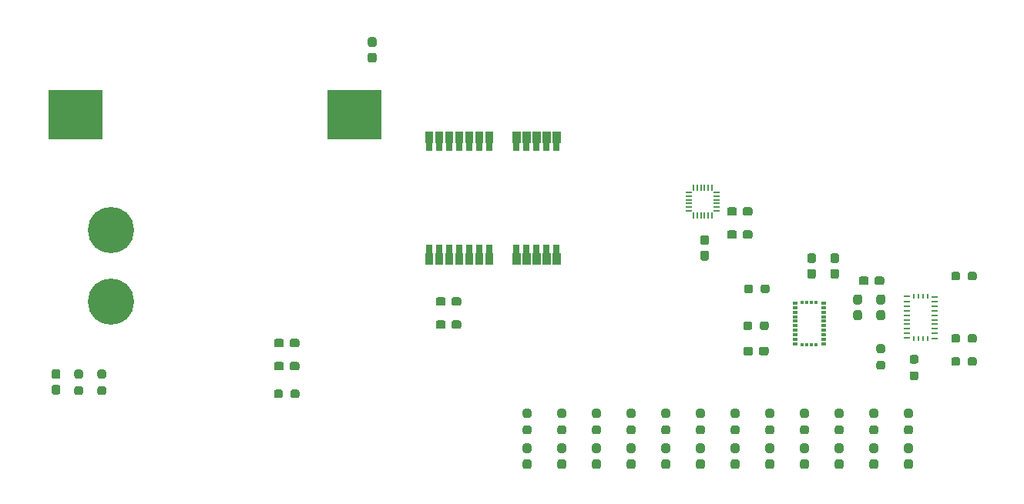
<source format=gbr>
%TF.GenerationSoftware,KiCad,Pcbnew,(5.1.10)-1*%
%TF.CreationDate,2021-11-15T22:54:34-06:00*%
%TF.ProjectId,NavBoard_Hardware,4e617642-6f61-4726-945f-486172647761,rev?*%
%TF.SameCoordinates,Original*%
%TF.FileFunction,Paste,Top*%
%TF.FilePolarity,Positive*%
%FSLAX46Y46*%
G04 Gerber Fmt 4.6, Leading zero omitted, Abs format (unit mm)*
G04 Created by KiCad (PCBNEW (5.1.10)-1) date 2021-11-15 22:54:34*
%MOMM*%
%LPD*%
G01*
G04 APERTURE LIST*
%ADD10C,0.000100*%
%ADD11R,0.675000X0.250000*%
%ADD12R,0.250000X0.575000*%
%ADD13R,6.000000X5.500000*%
%ADD14C,5.080000*%
%ADD15R,0.640000X0.220000*%
%ADD16R,0.220000X0.640000*%
%ADD17R,0.525000X0.300000*%
%ADD18R,0.300000X0.425000*%
G04 APERTURE END LIST*
D10*
%TO.C,U5*%
G36*
X82900000Y-41144000D02*
G01*
X82900000Y-42044000D01*
X83500000Y-42044000D01*
X83500000Y-41144000D01*
X82900000Y-41144000D01*
G37*
X82900000Y-41144000D02*
X82900000Y-42044000D01*
X83500000Y-42044000D01*
X83500000Y-41144000D01*
X82900000Y-41144000D01*
G36*
X82800000Y-39944000D02*
G01*
X82800000Y-41144000D01*
X83600000Y-41144000D01*
X83600000Y-39944000D01*
X82800000Y-39944000D01*
G37*
X82800000Y-39944000D02*
X82800000Y-41144000D01*
X83600000Y-41144000D01*
X83600000Y-39944000D01*
X82800000Y-39944000D01*
G36*
X81800000Y-41144000D02*
G01*
X81800000Y-42044000D01*
X82400000Y-42044000D01*
X82400000Y-41144000D01*
X81800000Y-41144000D01*
G37*
X81800000Y-41144000D02*
X81800000Y-42044000D01*
X82400000Y-42044000D01*
X82400000Y-41144000D01*
X81800000Y-41144000D01*
G36*
X81700000Y-39944000D02*
G01*
X81700000Y-41144000D01*
X82500000Y-41144000D01*
X82500000Y-39944000D01*
X81700000Y-39944000D01*
G37*
X81700000Y-39944000D02*
X81700000Y-41144000D01*
X82500000Y-41144000D01*
X82500000Y-39944000D01*
X81700000Y-39944000D01*
G36*
X80700000Y-41144000D02*
G01*
X80700000Y-42044000D01*
X81300000Y-42044000D01*
X81300000Y-41144000D01*
X80700000Y-41144000D01*
G37*
X80700000Y-41144000D02*
X80700000Y-42044000D01*
X81300000Y-42044000D01*
X81300000Y-41144000D01*
X80700000Y-41144000D01*
G36*
X80600000Y-39944000D02*
G01*
X80600000Y-41144000D01*
X81400000Y-41144000D01*
X81400000Y-39944000D01*
X80600000Y-39944000D01*
G37*
X80600000Y-39944000D02*
X80600000Y-41144000D01*
X81400000Y-41144000D01*
X81400000Y-39944000D01*
X80600000Y-39944000D01*
G36*
X79600000Y-41144000D02*
G01*
X79600000Y-42044000D01*
X80200000Y-42044000D01*
X80200000Y-41144000D01*
X79600000Y-41144000D01*
G37*
X79600000Y-41144000D02*
X79600000Y-42044000D01*
X80200000Y-42044000D01*
X80200000Y-41144000D01*
X79600000Y-41144000D01*
G36*
X79500000Y-39944000D02*
G01*
X79500000Y-41144000D01*
X80300000Y-41144000D01*
X80300000Y-39944000D01*
X79500000Y-39944000D01*
G37*
X79500000Y-39944000D02*
X79500000Y-41144000D01*
X80300000Y-41144000D01*
X80300000Y-39944000D01*
X79500000Y-39944000D01*
G36*
X78500000Y-41144000D02*
G01*
X78500000Y-42044000D01*
X79100000Y-42044000D01*
X79100000Y-41144000D01*
X78500000Y-41144000D01*
G37*
X78500000Y-41144000D02*
X78500000Y-42044000D01*
X79100000Y-42044000D01*
X79100000Y-41144000D01*
X78500000Y-41144000D01*
G36*
X78400000Y-39944000D02*
G01*
X78400000Y-41144000D01*
X79200000Y-41144000D01*
X79200000Y-39944000D01*
X78400000Y-39944000D01*
G37*
X78400000Y-39944000D02*
X78400000Y-41144000D01*
X79200000Y-41144000D01*
X79200000Y-39944000D01*
X78400000Y-39944000D01*
G36*
X68900000Y-41144000D02*
G01*
X68900000Y-42044000D01*
X69500000Y-42044000D01*
X69500000Y-41144000D01*
X68900000Y-41144000D01*
G37*
X68900000Y-41144000D02*
X68900000Y-42044000D01*
X69500000Y-42044000D01*
X69500000Y-41144000D01*
X68900000Y-41144000D01*
G36*
X68800000Y-39944000D02*
G01*
X68800000Y-41144000D01*
X69600000Y-41144000D01*
X69600000Y-39944000D01*
X68800000Y-39944000D01*
G37*
X68800000Y-39944000D02*
X68800000Y-41144000D01*
X69600000Y-41144000D01*
X69600000Y-39944000D01*
X68800000Y-39944000D01*
G36*
X70000000Y-41144000D02*
G01*
X70000000Y-42044000D01*
X70600000Y-42044000D01*
X70600000Y-41144000D01*
X70000000Y-41144000D01*
G37*
X70000000Y-41144000D02*
X70000000Y-42044000D01*
X70600000Y-42044000D01*
X70600000Y-41144000D01*
X70000000Y-41144000D01*
G36*
X69900000Y-39944000D02*
G01*
X69900000Y-41144000D01*
X70700000Y-41144000D01*
X70700000Y-39944000D01*
X69900000Y-39944000D01*
G37*
X69900000Y-39944000D02*
X69900000Y-41144000D01*
X70700000Y-41144000D01*
X70700000Y-39944000D01*
X69900000Y-39944000D01*
G36*
X71100000Y-41144000D02*
G01*
X71100000Y-42044000D01*
X71700000Y-42044000D01*
X71700000Y-41144000D01*
X71100000Y-41144000D01*
G37*
X71100000Y-41144000D02*
X71100000Y-42044000D01*
X71700000Y-42044000D01*
X71700000Y-41144000D01*
X71100000Y-41144000D01*
G36*
X71000000Y-39944000D02*
G01*
X71000000Y-41144000D01*
X71800000Y-41144000D01*
X71800000Y-39944000D01*
X71000000Y-39944000D01*
G37*
X71000000Y-39944000D02*
X71000000Y-41144000D01*
X71800000Y-41144000D01*
X71800000Y-39944000D01*
X71000000Y-39944000D01*
G36*
X72200000Y-41144000D02*
G01*
X72200000Y-42044000D01*
X72800000Y-42044000D01*
X72800000Y-41144000D01*
X72200000Y-41144000D01*
G37*
X72200000Y-41144000D02*
X72200000Y-42044000D01*
X72800000Y-42044000D01*
X72800000Y-41144000D01*
X72200000Y-41144000D01*
G36*
X72100000Y-39944000D02*
G01*
X72100000Y-41144000D01*
X72900000Y-41144000D01*
X72900000Y-39944000D01*
X72100000Y-39944000D01*
G37*
X72100000Y-39944000D02*
X72100000Y-41144000D01*
X72900000Y-41144000D01*
X72900000Y-39944000D01*
X72100000Y-39944000D01*
G36*
X73300000Y-41144000D02*
G01*
X73300000Y-42044000D01*
X73900000Y-42044000D01*
X73900000Y-41144000D01*
X73300000Y-41144000D01*
G37*
X73300000Y-41144000D02*
X73300000Y-42044000D01*
X73900000Y-42044000D01*
X73900000Y-41144000D01*
X73300000Y-41144000D01*
G36*
X73200000Y-39944000D02*
G01*
X73200000Y-41144000D01*
X74000000Y-41144000D01*
X74000000Y-39944000D01*
X73200000Y-39944000D01*
G37*
X73200000Y-39944000D02*
X73200000Y-41144000D01*
X74000000Y-41144000D01*
X74000000Y-39944000D01*
X73200000Y-39944000D01*
G36*
X74400000Y-41144000D02*
G01*
X74400000Y-42044000D01*
X75000000Y-42044000D01*
X75000000Y-41144000D01*
X74400000Y-41144000D01*
G37*
X74400000Y-41144000D02*
X74400000Y-42044000D01*
X75000000Y-42044000D01*
X75000000Y-41144000D01*
X74400000Y-41144000D01*
G36*
X74300000Y-39944000D02*
G01*
X74300000Y-41144000D01*
X75100000Y-41144000D01*
X75100000Y-39944000D01*
X74300000Y-39944000D01*
G37*
X74300000Y-39944000D02*
X74300000Y-41144000D01*
X75100000Y-41144000D01*
X75100000Y-39944000D01*
X74300000Y-39944000D01*
G36*
X82900000Y-53344000D02*
G01*
X82900000Y-52444000D01*
X83500000Y-52444000D01*
X83500000Y-53344000D01*
X82900000Y-53344000D01*
G37*
X82900000Y-53344000D02*
X82900000Y-52444000D01*
X83500000Y-52444000D01*
X83500000Y-53344000D01*
X82900000Y-53344000D01*
G36*
X82800000Y-54544000D02*
G01*
X82800000Y-53344000D01*
X83600000Y-53344000D01*
X83600000Y-54544000D01*
X82800000Y-54544000D01*
G37*
X82800000Y-54544000D02*
X82800000Y-53344000D01*
X83600000Y-53344000D01*
X83600000Y-54544000D01*
X82800000Y-54544000D01*
G36*
X81800000Y-53344000D02*
G01*
X81800000Y-52444000D01*
X82400000Y-52444000D01*
X82400000Y-53344000D01*
X81800000Y-53344000D01*
G37*
X81800000Y-53344000D02*
X81800000Y-52444000D01*
X82400000Y-52444000D01*
X82400000Y-53344000D01*
X81800000Y-53344000D01*
G36*
X81700000Y-54544000D02*
G01*
X81700000Y-53344000D01*
X82500000Y-53344000D01*
X82500000Y-54544000D01*
X81700000Y-54544000D01*
G37*
X81700000Y-54544000D02*
X81700000Y-53344000D01*
X82500000Y-53344000D01*
X82500000Y-54544000D01*
X81700000Y-54544000D01*
G36*
X80700000Y-53344000D02*
G01*
X80700000Y-52444000D01*
X81300000Y-52444000D01*
X81300000Y-53344000D01*
X80700000Y-53344000D01*
G37*
X80700000Y-53344000D02*
X80700000Y-52444000D01*
X81300000Y-52444000D01*
X81300000Y-53344000D01*
X80700000Y-53344000D01*
G36*
X80600000Y-54544000D02*
G01*
X80600000Y-53344000D01*
X81400000Y-53344000D01*
X81400000Y-54544000D01*
X80600000Y-54544000D01*
G37*
X80600000Y-54544000D02*
X80600000Y-53344000D01*
X81400000Y-53344000D01*
X81400000Y-54544000D01*
X80600000Y-54544000D01*
G36*
X79600000Y-53344000D02*
G01*
X79600000Y-52444000D01*
X80200000Y-52444000D01*
X80200000Y-53344000D01*
X79600000Y-53344000D01*
G37*
X79600000Y-53344000D02*
X79600000Y-52444000D01*
X80200000Y-52444000D01*
X80200000Y-53344000D01*
X79600000Y-53344000D01*
G36*
X79500000Y-54544000D02*
G01*
X79500000Y-53344000D01*
X80300000Y-53344000D01*
X80300000Y-54544000D01*
X79500000Y-54544000D01*
G37*
X79500000Y-54544000D02*
X79500000Y-53344000D01*
X80300000Y-53344000D01*
X80300000Y-54544000D01*
X79500000Y-54544000D01*
G36*
X78500000Y-53344000D02*
G01*
X78500000Y-52444000D01*
X79100000Y-52444000D01*
X79100000Y-53344000D01*
X78500000Y-53344000D01*
G37*
X78500000Y-53344000D02*
X78500000Y-52444000D01*
X79100000Y-52444000D01*
X79100000Y-53344000D01*
X78500000Y-53344000D01*
G36*
X78400000Y-54544000D02*
G01*
X78400000Y-53344000D01*
X79200000Y-53344000D01*
X79200000Y-54544000D01*
X78400000Y-54544000D01*
G37*
X78400000Y-54544000D02*
X78400000Y-53344000D01*
X79200000Y-53344000D01*
X79200000Y-54544000D01*
X78400000Y-54544000D01*
G36*
X68900000Y-53344000D02*
G01*
X68900000Y-52444000D01*
X69500000Y-52444000D01*
X69500000Y-53344000D01*
X68900000Y-53344000D01*
G37*
X68900000Y-53344000D02*
X68900000Y-52444000D01*
X69500000Y-52444000D01*
X69500000Y-53344000D01*
X68900000Y-53344000D01*
G36*
X68800000Y-54544000D02*
G01*
X68800000Y-53344000D01*
X69600000Y-53344000D01*
X69600000Y-54544000D01*
X68800000Y-54544000D01*
G37*
X68800000Y-54544000D02*
X68800000Y-53344000D01*
X69600000Y-53344000D01*
X69600000Y-54544000D01*
X68800000Y-54544000D01*
G36*
X70000000Y-53344000D02*
G01*
X70000000Y-52444000D01*
X70600000Y-52444000D01*
X70600000Y-53344000D01*
X70000000Y-53344000D01*
G37*
X70000000Y-53344000D02*
X70000000Y-52444000D01*
X70600000Y-52444000D01*
X70600000Y-53344000D01*
X70000000Y-53344000D01*
G36*
X69900000Y-54544000D02*
G01*
X69900000Y-53344000D01*
X70700000Y-53344000D01*
X70700000Y-54544000D01*
X69900000Y-54544000D01*
G37*
X69900000Y-54544000D02*
X69900000Y-53344000D01*
X70700000Y-53344000D01*
X70700000Y-54544000D01*
X69900000Y-54544000D01*
G36*
X71100000Y-53344000D02*
G01*
X71100000Y-52444000D01*
X71700000Y-52444000D01*
X71700000Y-53344000D01*
X71100000Y-53344000D01*
G37*
X71100000Y-53344000D02*
X71100000Y-52444000D01*
X71700000Y-52444000D01*
X71700000Y-53344000D01*
X71100000Y-53344000D01*
G36*
X71000000Y-54544000D02*
G01*
X71000000Y-53344000D01*
X71800000Y-53344000D01*
X71800000Y-54544000D01*
X71000000Y-54544000D01*
G37*
X71000000Y-54544000D02*
X71000000Y-53344000D01*
X71800000Y-53344000D01*
X71800000Y-54544000D01*
X71000000Y-54544000D01*
G36*
X72200000Y-53344000D02*
G01*
X72200000Y-52444000D01*
X72800000Y-52444000D01*
X72800000Y-53344000D01*
X72200000Y-53344000D01*
G37*
X72200000Y-53344000D02*
X72200000Y-52444000D01*
X72800000Y-52444000D01*
X72800000Y-53344000D01*
X72200000Y-53344000D01*
G36*
X72100000Y-54544000D02*
G01*
X72100000Y-53344000D01*
X72900000Y-53344000D01*
X72900000Y-54544000D01*
X72100000Y-54544000D01*
G37*
X72100000Y-54544000D02*
X72100000Y-53344000D01*
X72900000Y-53344000D01*
X72900000Y-54544000D01*
X72100000Y-54544000D01*
G36*
X73300000Y-53344000D02*
G01*
X73300000Y-52444000D01*
X73900000Y-52444000D01*
X73900000Y-53344000D01*
X73300000Y-53344000D01*
G37*
X73300000Y-53344000D02*
X73300000Y-52444000D01*
X73900000Y-52444000D01*
X73900000Y-53344000D01*
X73300000Y-53344000D01*
G36*
X73200000Y-54544000D02*
G01*
X73200000Y-53344000D01*
X74000000Y-53344000D01*
X74000000Y-54544000D01*
X73200000Y-54544000D01*
G37*
X73200000Y-54544000D02*
X73200000Y-53344000D01*
X74000000Y-53344000D01*
X74000000Y-54544000D01*
X73200000Y-54544000D01*
G36*
X74400000Y-53344000D02*
G01*
X74400000Y-52444000D01*
X75000000Y-52444000D01*
X75000000Y-53344000D01*
X74400000Y-53344000D01*
G37*
X74400000Y-53344000D02*
X74400000Y-52444000D01*
X75000000Y-52444000D01*
X75000000Y-53344000D01*
X74400000Y-53344000D01*
G36*
X74300000Y-54544000D02*
G01*
X74300000Y-53344000D01*
X75100000Y-53344000D01*
X75100000Y-54544000D01*
X74300000Y-54544000D01*
G37*
X74300000Y-54544000D02*
X74300000Y-53344000D01*
X75100000Y-53344000D01*
X75100000Y-54544000D01*
X74300000Y-54544000D01*
G36*
X75500000Y-53344000D02*
G01*
X75500000Y-52444000D01*
X76100000Y-52444000D01*
X76100000Y-53344000D01*
X75500000Y-53344000D01*
G37*
X75500000Y-53344000D02*
X75500000Y-52444000D01*
X76100000Y-52444000D01*
X76100000Y-53344000D01*
X75500000Y-53344000D01*
G36*
X75400000Y-54544000D02*
G01*
X75400000Y-53344000D01*
X76200000Y-53344000D01*
X76200000Y-54544000D01*
X75400000Y-54544000D01*
G37*
X75400000Y-54544000D02*
X75400000Y-53344000D01*
X76200000Y-53344000D01*
X76200000Y-54544000D01*
X75400000Y-54544000D01*
G36*
X75500000Y-41144000D02*
G01*
X75500000Y-42044000D01*
X76100000Y-42044000D01*
X76100000Y-41144000D01*
X75500000Y-41144000D01*
G37*
X75500000Y-41144000D02*
X75500000Y-42044000D01*
X76100000Y-42044000D01*
X76100000Y-41144000D01*
X75500000Y-41144000D01*
G36*
X75400000Y-39944000D02*
G01*
X75400000Y-41144000D01*
X76200000Y-41144000D01*
X76200000Y-39944000D01*
X75400000Y-39944000D01*
G37*
X75400000Y-39944000D02*
X75400000Y-41144000D01*
X76200000Y-41144000D01*
X76200000Y-39944000D01*
X75400000Y-39944000D01*
%TD*%
D11*
%TO.C,AC1*%
X124831000Y-58176600D03*
D12*
X124019000Y-58113600D03*
X123519000Y-58113600D03*
X123019000Y-58113600D03*
X122519000Y-58113600D03*
D11*
X121706000Y-58113600D03*
X121706000Y-58676600D03*
X121706000Y-59176600D03*
X121706000Y-59676600D03*
X121706000Y-60176600D03*
X121706000Y-60676600D03*
X121706000Y-61176600D03*
X121706000Y-61676600D03*
X121706000Y-62176600D03*
X121706000Y-62689600D03*
D12*
X122519000Y-62739600D03*
X123019000Y-62739600D03*
X123519000Y-62739600D03*
X124019000Y-62739600D03*
D11*
X124831000Y-62739600D03*
X124831000Y-62176600D03*
X124831000Y-61676600D03*
X124831000Y-61176600D03*
X124831000Y-60676600D03*
X124831000Y-60176600D03*
X124831000Y-59676600D03*
X124831000Y-59176600D03*
X124831000Y-58676600D03*
%TD*%
D13*
%TO.C,BT1*%
X61020000Y-38100000D03*
X30420000Y-38100000D03*
%TD*%
%TO.C,C2*%
G36*
G01*
X69974000Y-61451500D02*
X69974000Y-60976500D01*
G75*
G02*
X70211500Y-60739000I237500J0D01*
G01*
X70811500Y-60739000D01*
G75*
G02*
X71049000Y-60976500I0J-237500D01*
G01*
X71049000Y-61451500D01*
G75*
G02*
X70811500Y-61689000I-237500J0D01*
G01*
X70211500Y-61689000D01*
G75*
G02*
X69974000Y-61451500I0J237500D01*
G01*
G37*
G36*
G01*
X71699000Y-61451500D02*
X71699000Y-60976500D01*
G75*
G02*
X71936500Y-60739000I237500J0D01*
G01*
X72536500Y-60739000D01*
G75*
G02*
X72774000Y-60976500I0J-237500D01*
G01*
X72774000Y-61451500D01*
G75*
G02*
X72536500Y-61689000I-237500J0D01*
G01*
X71936500Y-61689000D01*
G75*
G02*
X71699000Y-61451500I0J237500D01*
G01*
G37*
%TD*%
%TO.C,C3*%
G36*
G01*
X71699000Y-58911500D02*
X71699000Y-58436500D01*
G75*
G02*
X71936500Y-58199000I237500J0D01*
G01*
X72536500Y-58199000D01*
G75*
G02*
X72774000Y-58436500I0J-237500D01*
G01*
X72774000Y-58911500D01*
G75*
G02*
X72536500Y-59149000I-237500J0D01*
G01*
X71936500Y-59149000D01*
G75*
G02*
X71699000Y-58911500I0J237500D01*
G01*
G37*
G36*
G01*
X69974000Y-58911500D02*
X69974000Y-58436500D01*
G75*
G02*
X70211500Y-58199000I237500J0D01*
G01*
X70811500Y-58199000D01*
G75*
G02*
X71049000Y-58436500I0J-237500D01*
G01*
X71049000Y-58911500D01*
G75*
G02*
X70811500Y-59149000I-237500J0D01*
G01*
X70211500Y-59149000D01*
G75*
G02*
X69974000Y-58911500I0J237500D01*
G01*
G37*
%TD*%
%TO.C,C5*%
G36*
G01*
X52194000Y-66023500D02*
X52194000Y-65548500D01*
G75*
G02*
X52431500Y-65311000I237500J0D01*
G01*
X53031500Y-65311000D01*
G75*
G02*
X53269000Y-65548500I0J-237500D01*
G01*
X53269000Y-66023500D01*
G75*
G02*
X53031500Y-66261000I-237500J0D01*
G01*
X52431500Y-66261000D01*
G75*
G02*
X52194000Y-66023500I0J237500D01*
G01*
G37*
G36*
G01*
X53919000Y-66023500D02*
X53919000Y-65548500D01*
G75*
G02*
X54156500Y-65311000I237500J0D01*
G01*
X54756500Y-65311000D01*
G75*
G02*
X54994000Y-65548500I0J-237500D01*
G01*
X54994000Y-66023500D01*
G75*
G02*
X54756500Y-66261000I-237500J0D01*
G01*
X54156500Y-66261000D01*
G75*
G02*
X53919000Y-66023500I0J237500D01*
G01*
G37*
%TD*%
%TO.C,C6*%
G36*
G01*
X53919000Y-63483500D02*
X53919000Y-63008500D01*
G75*
G02*
X54156500Y-62771000I237500J0D01*
G01*
X54756500Y-62771000D01*
G75*
G02*
X54994000Y-63008500I0J-237500D01*
G01*
X54994000Y-63483500D01*
G75*
G02*
X54756500Y-63721000I-237500J0D01*
G01*
X54156500Y-63721000D01*
G75*
G02*
X53919000Y-63483500I0J237500D01*
G01*
G37*
G36*
G01*
X52194000Y-63483500D02*
X52194000Y-63008500D01*
G75*
G02*
X52431500Y-62771000I237500J0D01*
G01*
X53031500Y-62771000D01*
G75*
G02*
X53269000Y-63008500I0J-237500D01*
G01*
X53269000Y-63483500D01*
G75*
G02*
X53031500Y-63721000I-237500J0D01*
G01*
X52431500Y-63721000D01*
G75*
G02*
X52194000Y-63483500I0J237500D01*
G01*
G37*
%TD*%
%TO.C,C7*%
G36*
G01*
X113567200Y-55087400D02*
X114042200Y-55087400D01*
G75*
G02*
X114279700Y-55324900I0J-237500D01*
G01*
X114279700Y-55924900D01*
G75*
G02*
X114042200Y-56162400I-237500J0D01*
G01*
X113567200Y-56162400D01*
G75*
G02*
X113329700Y-55924900I0J237500D01*
G01*
X113329700Y-55324900D01*
G75*
G02*
X113567200Y-55087400I237500J0D01*
G01*
G37*
G36*
G01*
X113567200Y-53362400D02*
X114042200Y-53362400D01*
G75*
G02*
X114279700Y-53599900I0J-237500D01*
G01*
X114279700Y-54199900D01*
G75*
G02*
X114042200Y-54437400I-237500J0D01*
G01*
X113567200Y-54437400D01*
G75*
G02*
X113329700Y-54199900I0J237500D01*
G01*
X113329700Y-53599900D01*
G75*
G02*
X113567200Y-53362400I237500J0D01*
G01*
G37*
%TD*%
%TO.C,C8*%
G36*
G01*
X111027200Y-55087400D02*
X111502200Y-55087400D01*
G75*
G02*
X111739700Y-55324900I0J-237500D01*
G01*
X111739700Y-55924900D01*
G75*
G02*
X111502200Y-56162400I-237500J0D01*
G01*
X111027200Y-56162400D01*
G75*
G02*
X110789700Y-55924900I0J237500D01*
G01*
X110789700Y-55324900D01*
G75*
G02*
X111027200Y-55087400I237500J0D01*
G01*
G37*
G36*
G01*
X111027200Y-53362400D02*
X111502200Y-53362400D01*
G75*
G02*
X111739700Y-53599900I0J-237500D01*
G01*
X111739700Y-54199900D01*
G75*
G02*
X111502200Y-54437400I-237500J0D01*
G01*
X111027200Y-54437400D01*
G75*
G02*
X110789700Y-54199900I0J237500D01*
G01*
X110789700Y-53599900D01*
G75*
G02*
X111027200Y-53362400I237500J0D01*
G01*
G37*
%TD*%
%TO.C,C9*%
G36*
G01*
X104831000Y-63897500D02*
X104831000Y-64372500D01*
G75*
G02*
X104593500Y-64610000I-237500J0D01*
G01*
X103993500Y-64610000D01*
G75*
G02*
X103756000Y-64372500I0J237500D01*
G01*
X103756000Y-63897500D01*
G75*
G02*
X103993500Y-63660000I237500J0D01*
G01*
X104593500Y-63660000D01*
G75*
G02*
X104831000Y-63897500I0J-237500D01*
G01*
G37*
G36*
G01*
X106556000Y-63897500D02*
X106556000Y-64372500D01*
G75*
G02*
X106318500Y-64610000I-237500J0D01*
G01*
X105718500Y-64610000D01*
G75*
G02*
X105481000Y-64372500I0J237500D01*
G01*
X105481000Y-63897500D01*
G75*
G02*
X105718500Y-63660000I237500J0D01*
G01*
X106318500Y-63660000D01*
G75*
G02*
X106556000Y-63897500I0J-237500D01*
G01*
G37*
%TD*%
%TO.C,C10*%
G36*
G01*
X103053000Y-48530500D02*
X103053000Y-49005500D01*
G75*
G02*
X102815500Y-49243000I-237500J0D01*
G01*
X102215500Y-49243000D01*
G75*
G02*
X101978000Y-49005500I0J237500D01*
G01*
X101978000Y-48530500D01*
G75*
G02*
X102215500Y-48293000I237500J0D01*
G01*
X102815500Y-48293000D01*
G75*
G02*
X103053000Y-48530500I0J-237500D01*
G01*
G37*
G36*
G01*
X104778000Y-48530500D02*
X104778000Y-49005500D01*
G75*
G02*
X104540500Y-49243000I-237500J0D01*
G01*
X103940500Y-49243000D01*
G75*
G02*
X103703000Y-49005500I0J237500D01*
G01*
X103703000Y-48530500D01*
G75*
G02*
X103940500Y-48293000I237500J0D01*
G01*
X104540500Y-48293000D01*
G75*
G02*
X104778000Y-48530500I0J-237500D01*
G01*
G37*
%TD*%
%TO.C,C11*%
G36*
G01*
X104778000Y-51070500D02*
X104778000Y-51545500D01*
G75*
G02*
X104540500Y-51783000I-237500J0D01*
G01*
X103940500Y-51783000D01*
G75*
G02*
X103703000Y-51545500I0J237500D01*
G01*
X103703000Y-51070500D01*
G75*
G02*
X103940500Y-50833000I237500J0D01*
G01*
X104540500Y-50833000D01*
G75*
G02*
X104778000Y-51070500I0J-237500D01*
G01*
G37*
G36*
G01*
X103053000Y-51070500D02*
X103053000Y-51545500D01*
G75*
G02*
X102815500Y-51783000I-237500J0D01*
G01*
X102215500Y-51783000D01*
G75*
G02*
X101978000Y-51545500I0J237500D01*
G01*
X101978000Y-51070500D01*
G75*
G02*
X102215500Y-50833000I237500J0D01*
G01*
X102815500Y-50833000D01*
G75*
G02*
X103053000Y-51070500I0J-237500D01*
G01*
G37*
%TD*%
%TO.C,C12*%
G36*
G01*
X99754700Y-52443500D02*
X99279700Y-52443500D01*
G75*
G02*
X99042200Y-52206000I0J237500D01*
G01*
X99042200Y-51606000D01*
G75*
G02*
X99279700Y-51368500I237500J0D01*
G01*
X99754700Y-51368500D01*
G75*
G02*
X99992200Y-51606000I0J-237500D01*
G01*
X99992200Y-52206000D01*
G75*
G02*
X99754700Y-52443500I-237500J0D01*
G01*
G37*
G36*
G01*
X99754700Y-54168500D02*
X99279700Y-54168500D01*
G75*
G02*
X99042200Y-53931000I0J237500D01*
G01*
X99042200Y-53331000D01*
G75*
G02*
X99279700Y-53093500I237500J0D01*
G01*
X99754700Y-53093500D01*
G75*
G02*
X99992200Y-53331000I0J-237500D01*
G01*
X99992200Y-53931000D01*
G75*
G02*
X99754700Y-54168500I-237500J0D01*
G01*
G37*
%TD*%
%TO.C,C13*%
G36*
G01*
X63229500Y-30663000D02*
X62754500Y-30663000D01*
G75*
G02*
X62517000Y-30425500I0J237500D01*
G01*
X62517000Y-29825500D01*
G75*
G02*
X62754500Y-29588000I237500J0D01*
G01*
X63229500Y-29588000D01*
G75*
G02*
X63467000Y-29825500I0J-237500D01*
G01*
X63467000Y-30425500D01*
G75*
G02*
X63229500Y-30663000I-237500J0D01*
G01*
G37*
G36*
G01*
X63229500Y-32388000D02*
X62754500Y-32388000D01*
G75*
G02*
X62517000Y-32150500I0J237500D01*
G01*
X62517000Y-31550500D01*
G75*
G02*
X62754500Y-31313000I237500J0D01*
G01*
X63229500Y-31313000D01*
G75*
G02*
X63467000Y-31550500I0J-237500D01*
G01*
X63467000Y-32150500D01*
G75*
G02*
X63229500Y-32388000I-237500J0D01*
G01*
G37*
%TD*%
%TO.C,C14*%
G36*
G01*
X119256000Y-56150500D02*
X119256000Y-56625500D01*
G75*
G02*
X119018500Y-56863000I-237500J0D01*
G01*
X118418500Y-56863000D01*
G75*
G02*
X118181000Y-56625500I0J237500D01*
G01*
X118181000Y-56150500D01*
G75*
G02*
X118418500Y-55913000I237500J0D01*
G01*
X119018500Y-55913000D01*
G75*
G02*
X119256000Y-56150500I0J-237500D01*
G01*
G37*
G36*
G01*
X117531000Y-56150500D02*
X117531000Y-56625500D01*
G75*
G02*
X117293500Y-56863000I-237500J0D01*
G01*
X116693500Y-56863000D01*
G75*
G02*
X116456000Y-56625500I0J237500D01*
G01*
X116456000Y-56150500D01*
G75*
G02*
X116693500Y-55913000I237500J0D01*
G01*
X117293500Y-55913000D01*
G75*
G02*
X117531000Y-56150500I0J-237500D01*
G01*
G37*
%TD*%
%TO.C,C15*%
G36*
G01*
X116569500Y-58984000D02*
X116094500Y-58984000D01*
G75*
G02*
X115857000Y-58746500I0J237500D01*
G01*
X115857000Y-58146500D01*
G75*
G02*
X116094500Y-57909000I237500J0D01*
G01*
X116569500Y-57909000D01*
G75*
G02*
X116807000Y-58146500I0J-237500D01*
G01*
X116807000Y-58746500D01*
G75*
G02*
X116569500Y-58984000I-237500J0D01*
G01*
G37*
G36*
G01*
X116569500Y-60709000D02*
X116094500Y-60709000D01*
G75*
G02*
X115857000Y-60471500I0J237500D01*
G01*
X115857000Y-59871500D01*
G75*
G02*
X116094500Y-59634000I237500J0D01*
G01*
X116569500Y-59634000D01*
G75*
G02*
X116807000Y-59871500I0J-237500D01*
G01*
X116807000Y-60471500D01*
G75*
G02*
X116569500Y-60709000I-237500J0D01*
G01*
G37*
%TD*%
%TO.C,C16*%
G36*
G01*
X119109500Y-60709000D02*
X118634500Y-60709000D01*
G75*
G02*
X118397000Y-60471500I0J237500D01*
G01*
X118397000Y-59871500D01*
G75*
G02*
X118634500Y-59634000I237500J0D01*
G01*
X119109500Y-59634000D01*
G75*
G02*
X119347000Y-59871500I0J-237500D01*
G01*
X119347000Y-60471500D01*
G75*
G02*
X119109500Y-60709000I-237500J0D01*
G01*
G37*
G36*
G01*
X119109500Y-58984000D02*
X118634500Y-58984000D01*
G75*
G02*
X118397000Y-58746500I0J237500D01*
G01*
X118397000Y-58146500D01*
G75*
G02*
X118634500Y-57909000I237500J0D01*
G01*
X119109500Y-57909000D01*
G75*
G02*
X119347000Y-58146500I0J-237500D01*
G01*
X119347000Y-58746500D01*
G75*
G02*
X119109500Y-58984000I-237500J0D01*
G01*
G37*
%TD*%
%TO.C,C17*%
G36*
G01*
X28007300Y-67838200D02*
X28482300Y-67838200D01*
G75*
G02*
X28719800Y-68075700I0J-237500D01*
G01*
X28719800Y-68675700D01*
G75*
G02*
X28482300Y-68913200I-237500J0D01*
G01*
X28007300Y-68913200D01*
G75*
G02*
X27769800Y-68675700I0J237500D01*
G01*
X27769800Y-68075700D01*
G75*
G02*
X28007300Y-67838200I237500J0D01*
G01*
G37*
G36*
G01*
X28007300Y-66113200D02*
X28482300Y-66113200D01*
G75*
G02*
X28719800Y-66350700I0J-237500D01*
G01*
X28719800Y-66950700D01*
G75*
G02*
X28482300Y-67188200I-237500J0D01*
G01*
X28007300Y-67188200D01*
G75*
G02*
X27769800Y-66950700I0J237500D01*
G01*
X27769800Y-66350700D01*
G75*
G02*
X28007300Y-66113200I237500J0D01*
G01*
G37*
%TD*%
D14*
%TO.C,Conn1*%
X34315400Y-58674000D03*
X34315400Y-50800000D03*
%TD*%
%TO.C,D1*%
G36*
G01*
X80247500Y-77092000D02*
X79772500Y-77092000D01*
G75*
G02*
X79535000Y-76854500I0J237500D01*
G01*
X79535000Y-76279500D01*
G75*
G02*
X79772500Y-76042000I237500J0D01*
G01*
X80247500Y-76042000D01*
G75*
G02*
X80485000Y-76279500I0J-237500D01*
G01*
X80485000Y-76854500D01*
G75*
G02*
X80247500Y-77092000I-237500J0D01*
G01*
G37*
G36*
G01*
X80247500Y-75342000D02*
X79772500Y-75342000D01*
G75*
G02*
X79535000Y-75104500I0J237500D01*
G01*
X79535000Y-74529500D01*
G75*
G02*
X79772500Y-74292000I237500J0D01*
G01*
X80247500Y-74292000D01*
G75*
G02*
X80485000Y-74529500I0J-237500D01*
G01*
X80485000Y-75104500D01*
G75*
G02*
X80247500Y-75342000I-237500J0D01*
G01*
G37*
%TD*%
%TO.C,D2*%
G36*
G01*
X84057500Y-75342000D02*
X83582500Y-75342000D01*
G75*
G02*
X83345000Y-75104500I0J237500D01*
G01*
X83345000Y-74529500D01*
G75*
G02*
X83582500Y-74292000I237500J0D01*
G01*
X84057500Y-74292000D01*
G75*
G02*
X84295000Y-74529500I0J-237500D01*
G01*
X84295000Y-75104500D01*
G75*
G02*
X84057500Y-75342000I-237500J0D01*
G01*
G37*
G36*
G01*
X84057500Y-77092000D02*
X83582500Y-77092000D01*
G75*
G02*
X83345000Y-76854500I0J237500D01*
G01*
X83345000Y-76279500D01*
G75*
G02*
X83582500Y-76042000I237500J0D01*
G01*
X84057500Y-76042000D01*
G75*
G02*
X84295000Y-76279500I0J-237500D01*
G01*
X84295000Y-76854500D01*
G75*
G02*
X84057500Y-77092000I-237500J0D01*
G01*
G37*
%TD*%
%TO.C,D3*%
G36*
G01*
X87867500Y-75342000D02*
X87392500Y-75342000D01*
G75*
G02*
X87155000Y-75104500I0J237500D01*
G01*
X87155000Y-74529500D01*
G75*
G02*
X87392500Y-74292000I237500J0D01*
G01*
X87867500Y-74292000D01*
G75*
G02*
X88105000Y-74529500I0J-237500D01*
G01*
X88105000Y-75104500D01*
G75*
G02*
X87867500Y-75342000I-237500J0D01*
G01*
G37*
G36*
G01*
X87867500Y-77092000D02*
X87392500Y-77092000D01*
G75*
G02*
X87155000Y-76854500I0J237500D01*
G01*
X87155000Y-76279500D01*
G75*
G02*
X87392500Y-76042000I237500J0D01*
G01*
X87867500Y-76042000D01*
G75*
G02*
X88105000Y-76279500I0J-237500D01*
G01*
X88105000Y-76854500D01*
G75*
G02*
X87867500Y-77092000I-237500J0D01*
G01*
G37*
%TD*%
%TO.C,D4*%
G36*
G01*
X91677500Y-77092000D02*
X91202500Y-77092000D01*
G75*
G02*
X90965000Y-76854500I0J237500D01*
G01*
X90965000Y-76279500D01*
G75*
G02*
X91202500Y-76042000I237500J0D01*
G01*
X91677500Y-76042000D01*
G75*
G02*
X91915000Y-76279500I0J-237500D01*
G01*
X91915000Y-76854500D01*
G75*
G02*
X91677500Y-77092000I-237500J0D01*
G01*
G37*
G36*
G01*
X91677500Y-75342000D02*
X91202500Y-75342000D01*
G75*
G02*
X90965000Y-75104500I0J237500D01*
G01*
X90965000Y-74529500D01*
G75*
G02*
X91202500Y-74292000I237500J0D01*
G01*
X91677500Y-74292000D01*
G75*
G02*
X91915000Y-74529500I0J-237500D01*
G01*
X91915000Y-75104500D01*
G75*
G02*
X91677500Y-75342000I-237500J0D01*
G01*
G37*
%TD*%
%TO.C,D5*%
G36*
G01*
X95487500Y-77092000D02*
X95012500Y-77092000D01*
G75*
G02*
X94775000Y-76854500I0J237500D01*
G01*
X94775000Y-76279500D01*
G75*
G02*
X95012500Y-76042000I237500J0D01*
G01*
X95487500Y-76042000D01*
G75*
G02*
X95725000Y-76279500I0J-237500D01*
G01*
X95725000Y-76854500D01*
G75*
G02*
X95487500Y-77092000I-237500J0D01*
G01*
G37*
G36*
G01*
X95487500Y-75342000D02*
X95012500Y-75342000D01*
G75*
G02*
X94775000Y-75104500I0J237500D01*
G01*
X94775000Y-74529500D01*
G75*
G02*
X95012500Y-74292000I237500J0D01*
G01*
X95487500Y-74292000D01*
G75*
G02*
X95725000Y-74529500I0J-237500D01*
G01*
X95725000Y-75104500D01*
G75*
G02*
X95487500Y-75342000I-237500J0D01*
G01*
G37*
%TD*%
%TO.C,D6*%
G36*
G01*
X99297500Y-77092000D02*
X98822500Y-77092000D01*
G75*
G02*
X98585000Y-76854500I0J237500D01*
G01*
X98585000Y-76279500D01*
G75*
G02*
X98822500Y-76042000I237500J0D01*
G01*
X99297500Y-76042000D01*
G75*
G02*
X99535000Y-76279500I0J-237500D01*
G01*
X99535000Y-76854500D01*
G75*
G02*
X99297500Y-77092000I-237500J0D01*
G01*
G37*
G36*
G01*
X99297500Y-75342000D02*
X98822500Y-75342000D01*
G75*
G02*
X98585000Y-75104500I0J237500D01*
G01*
X98585000Y-74529500D01*
G75*
G02*
X98822500Y-74292000I237500J0D01*
G01*
X99297500Y-74292000D01*
G75*
G02*
X99535000Y-74529500I0J-237500D01*
G01*
X99535000Y-75104500D01*
G75*
G02*
X99297500Y-75342000I-237500J0D01*
G01*
G37*
%TD*%
%TO.C,D7*%
G36*
G01*
X103107500Y-75342000D02*
X102632500Y-75342000D01*
G75*
G02*
X102395000Y-75104500I0J237500D01*
G01*
X102395000Y-74529500D01*
G75*
G02*
X102632500Y-74292000I237500J0D01*
G01*
X103107500Y-74292000D01*
G75*
G02*
X103345000Y-74529500I0J-237500D01*
G01*
X103345000Y-75104500D01*
G75*
G02*
X103107500Y-75342000I-237500J0D01*
G01*
G37*
G36*
G01*
X103107500Y-77092000D02*
X102632500Y-77092000D01*
G75*
G02*
X102395000Y-76854500I0J237500D01*
G01*
X102395000Y-76279500D01*
G75*
G02*
X102632500Y-76042000I237500J0D01*
G01*
X103107500Y-76042000D01*
G75*
G02*
X103345000Y-76279500I0J-237500D01*
G01*
X103345000Y-76854500D01*
G75*
G02*
X103107500Y-77092000I-237500J0D01*
G01*
G37*
%TD*%
%TO.C,D8*%
G36*
G01*
X106917500Y-75342000D02*
X106442500Y-75342000D01*
G75*
G02*
X106205000Y-75104500I0J237500D01*
G01*
X106205000Y-74529500D01*
G75*
G02*
X106442500Y-74292000I237500J0D01*
G01*
X106917500Y-74292000D01*
G75*
G02*
X107155000Y-74529500I0J-237500D01*
G01*
X107155000Y-75104500D01*
G75*
G02*
X106917500Y-75342000I-237500J0D01*
G01*
G37*
G36*
G01*
X106917500Y-77092000D02*
X106442500Y-77092000D01*
G75*
G02*
X106205000Y-76854500I0J237500D01*
G01*
X106205000Y-76279500D01*
G75*
G02*
X106442500Y-76042000I237500J0D01*
G01*
X106917500Y-76042000D01*
G75*
G02*
X107155000Y-76279500I0J-237500D01*
G01*
X107155000Y-76854500D01*
G75*
G02*
X106917500Y-77092000I-237500J0D01*
G01*
G37*
%TD*%
%TO.C,D9*%
G36*
G01*
X110727500Y-77092000D02*
X110252500Y-77092000D01*
G75*
G02*
X110015000Y-76854500I0J237500D01*
G01*
X110015000Y-76279500D01*
G75*
G02*
X110252500Y-76042000I237500J0D01*
G01*
X110727500Y-76042000D01*
G75*
G02*
X110965000Y-76279500I0J-237500D01*
G01*
X110965000Y-76854500D01*
G75*
G02*
X110727500Y-77092000I-237500J0D01*
G01*
G37*
G36*
G01*
X110727500Y-75342000D02*
X110252500Y-75342000D01*
G75*
G02*
X110015000Y-75104500I0J237500D01*
G01*
X110015000Y-74529500D01*
G75*
G02*
X110252500Y-74292000I237500J0D01*
G01*
X110727500Y-74292000D01*
G75*
G02*
X110965000Y-74529500I0J-237500D01*
G01*
X110965000Y-75104500D01*
G75*
G02*
X110727500Y-75342000I-237500J0D01*
G01*
G37*
%TD*%
%TO.C,D10*%
G36*
G01*
X114537500Y-77092000D02*
X114062500Y-77092000D01*
G75*
G02*
X113825000Y-76854500I0J237500D01*
G01*
X113825000Y-76279500D01*
G75*
G02*
X114062500Y-76042000I237500J0D01*
G01*
X114537500Y-76042000D01*
G75*
G02*
X114775000Y-76279500I0J-237500D01*
G01*
X114775000Y-76854500D01*
G75*
G02*
X114537500Y-77092000I-237500J0D01*
G01*
G37*
G36*
G01*
X114537500Y-75342000D02*
X114062500Y-75342000D01*
G75*
G02*
X113825000Y-75104500I0J237500D01*
G01*
X113825000Y-74529500D01*
G75*
G02*
X114062500Y-74292000I237500J0D01*
G01*
X114537500Y-74292000D01*
G75*
G02*
X114775000Y-74529500I0J-237500D01*
G01*
X114775000Y-75104500D01*
G75*
G02*
X114537500Y-75342000I-237500J0D01*
G01*
G37*
%TD*%
%TO.C,D11*%
G36*
G01*
X118347500Y-75342000D02*
X117872500Y-75342000D01*
G75*
G02*
X117635000Y-75104500I0J237500D01*
G01*
X117635000Y-74529500D01*
G75*
G02*
X117872500Y-74292000I237500J0D01*
G01*
X118347500Y-74292000D01*
G75*
G02*
X118585000Y-74529500I0J-237500D01*
G01*
X118585000Y-75104500D01*
G75*
G02*
X118347500Y-75342000I-237500J0D01*
G01*
G37*
G36*
G01*
X118347500Y-77092000D02*
X117872500Y-77092000D01*
G75*
G02*
X117635000Y-76854500I0J237500D01*
G01*
X117635000Y-76279500D01*
G75*
G02*
X117872500Y-76042000I237500J0D01*
G01*
X118347500Y-76042000D01*
G75*
G02*
X118585000Y-76279500I0J-237500D01*
G01*
X118585000Y-76854500D01*
G75*
G02*
X118347500Y-77092000I-237500J0D01*
G01*
G37*
%TD*%
%TO.C,D12*%
G36*
G01*
X122157500Y-75342000D02*
X121682500Y-75342000D01*
G75*
G02*
X121445000Y-75104500I0J237500D01*
G01*
X121445000Y-74529500D01*
G75*
G02*
X121682500Y-74292000I237500J0D01*
G01*
X122157500Y-74292000D01*
G75*
G02*
X122395000Y-74529500I0J-237500D01*
G01*
X122395000Y-75104500D01*
G75*
G02*
X122157500Y-75342000I-237500J0D01*
G01*
G37*
G36*
G01*
X122157500Y-77092000D02*
X121682500Y-77092000D01*
G75*
G02*
X121445000Y-76854500I0J237500D01*
G01*
X121445000Y-76279500D01*
G75*
G02*
X121682500Y-76042000I237500J0D01*
G01*
X122157500Y-76042000D01*
G75*
G02*
X122395000Y-76279500I0J-237500D01*
G01*
X122395000Y-76854500D01*
G75*
G02*
X122157500Y-77092000I-237500J0D01*
G01*
G37*
%TD*%
%TO.C,R1*%
G36*
G01*
X53169000Y-68596500D02*
X53169000Y-69071500D01*
G75*
G02*
X52931500Y-69309000I-237500J0D01*
G01*
X52431500Y-69309000D01*
G75*
G02*
X52194000Y-69071500I0J237500D01*
G01*
X52194000Y-68596500D01*
G75*
G02*
X52431500Y-68359000I237500J0D01*
G01*
X52931500Y-68359000D01*
G75*
G02*
X53169000Y-68596500I0J-237500D01*
G01*
G37*
G36*
G01*
X54994000Y-68596500D02*
X54994000Y-69071500D01*
G75*
G02*
X54756500Y-69309000I-237500J0D01*
G01*
X54256500Y-69309000D01*
G75*
G02*
X54019000Y-69071500I0J237500D01*
G01*
X54019000Y-68596500D01*
G75*
G02*
X54256500Y-68359000I237500J0D01*
G01*
X54756500Y-68359000D01*
G75*
G02*
X54994000Y-68596500I0J-237500D01*
G01*
G37*
%TD*%
%TO.C,R2*%
G36*
G01*
X33036500Y-67989000D02*
X33511500Y-67989000D01*
G75*
G02*
X33749000Y-68226500I0J-237500D01*
G01*
X33749000Y-68726500D01*
G75*
G02*
X33511500Y-68964000I-237500J0D01*
G01*
X33036500Y-68964000D01*
G75*
G02*
X32799000Y-68726500I0J237500D01*
G01*
X32799000Y-68226500D01*
G75*
G02*
X33036500Y-67989000I237500J0D01*
G01*
G37*
G36*
G01*
X33036500Y-66164000D02*
X33511500Y-66164000D01*
G75*
G02*
X33749000Y-66401500I0J-237500D01*
G01*
X33749000Y-66901500D01*
G75*
G02*
X33511500Y-67139000I-237500J0D01*
G01*
X33036500Y-67139000D01*
G75*
G02*
X32799000Y-66901500I0J237500D01*
G01*
X32799000Y-66401500D01*
G75*
G02*
X33036500Y-66164000I237500J0D01*
G01*
G37*
%TD*%
%TO.C,R3*%
G36*
G01*
X30971500Y-68964000D02*
X30496500Y-68964000D01*
G75*
G02*
X30259000Y-68726500I0J237500D01*
G01*
X30259000Y-68226500D01*
G75*
G02*
X30496500Y-67989000I237500J0D01*
G01*
X30971500Y-67989000D01*
G75*
G02*
X31209000Y-68226500I0J-237500D01*
G01*
X31209000Y-68726500D01*
G75*
G02*
X30971500Y-68964000I-237500J0D01*
G01*
G37*
G36*
G01*
X30971500Y-67139000D02*
X30496500Y-67139000D01*
G75*
G02*
X30259000Y-66901500I0J237500D01*
G01*
X30259000Y-66401500D01*
G75*
G02*
X30496500Y-66164000I237500J0D01*
G01*
X30971500Y-66164000D01*
G75*
G02*
X31209000Y-66401500I0J-237500D01*
G01*
X31209000Y-66901500D01*
G75*
G02*
X30971500Y-67139000I-237500J0D01*
G01*
G37*
%TD*%
%TO.C,R4*%
G36*
G01*
X106659500Y-57039500D02*
X106659500Y-57514500D01*
G75*
G02*
X106422000Y-57752000I-237500J0D01*
G01*
X105922000Y-57752000D01*
G75*
G02*
X105684500Y-57514500I0J237500D01*
G01*
X105684500Y-57039500D01*
G75*
G02*
X105922000Y-56802000I237500J0D01*
G01*
X106422000Y-56802000D01*
G75*
G02*
X106659500Y-57039500I0J-237500D01*
G01*
G37*
G36*
G01*
X104834500Y-57039500D02*
X104834500Y-57514500D01*
G75*
G02*
X104597000Y-57752000I-237500J0D01*
G01*
X104097000Y-57752000D01*
G75*
G02*
X103859500Y-57514500I0J237500D01*
G01*
X103859500Y-57039500D01*
G75*
G02*
X104097000Y-56802000I237500J0D01*
G01*
X104597000Y-56802000D01*
G75*
G02*
X104834500Y-57039500I0J-237500D01*
G01*
G37*
%TD*%
%TO.C,R5*%
G36*
G01*
X104731000Y-61103500D02*
X104731000Y-61578500D01*
G75*
G02*
X104493500Y-61816000I-237500J0D01*
G01*
X103993500Y-61816000D01*
G75*
G02*
X103756000Y-61578500I0J237500D01*
G01*
X103756000Y-61103500D01*
G75*
G02*
X103993500Y-60866000I237500J0D01*
G01*
X104493500Y-60866000D01*
G75*
G02*
X104731000Y-61103500I0J-237500D01*
G01*
G37*
G36*
G01*
X106556000Y-61103500D02*
X106556000Y-61578500D01*
G75*
G02*
X106318500Y-61816000I-237500J0D01*
G01*
X105818500Y-61816000D01*
G75*
G02*
X105581000Y-61578500I0J237500D01*
G01*
X105581000Y-61103500D01*
G75*
G02*
X105818500Y-60866000I237500J0D01*
G01*
X106318500Y-60866000D01*
G75*
G02*
X106556000Y-61103500I0J-237500D01*
G01*
G37*
%TD*%
%TO.C,R6*%
G36*
G01*
X122767100Y-65511500D02*
X122292100Y-65511500D01*
G75*
G02*
X122054600Y-65274000I0J237500D01*
G01*
X122054600Y-64774000D01*
G75*
G02*
X122292100Y-64536500I237500J0D01*
G01*
X122767100Y-64536500D01*
G75*
G02*
X123004600Y-64774000I0J-237500D01*
G01*
X123004600Y-65274000D01*
G75*
G02*
X122767100Y-65511500I-237500J0D01*
G01*
G37*
G36*
G01*
X122767100Y-67336500D02*
X122292100Y-67336500D01*
G75*
G02*
X122054600Y-67099000I0J237500D01*
G01*
X122054600Y-66599000D01*
G75*
G02*
X122292100Y-66361500I237500J0D01*
G01*
X122767100Y-66361500D01*
G75*
G02*
X123004600Y-66599000I0J-237500D01*
G01*
X123004600Y-67099000D01*
G75*
G02*
X122767100Y-67336500I-237500J0D01*
G01*
G37*
%TD*%
%TO.C,R7*%
G36*
G01*
X126616000Y-56117500D02*
X126616000Y-55642500D01*
G75*
G02*
X126853500Y-55405000I237500J0D01*
G01*
X127353500Y-55405000D01*
G75*
G02*
X127591000Y-55642500I0J-237500D01*
G01*
X127591000Y-56117500D01*
G75*
G02*
X127353500Y-56355000I-237500J0D01*
G01*
X126853500Y-56355000D01*
G75*
G02*
X126616000Y-56117500I0J237500D01*
G01*
G37*
G36*
G01*
X128441000Y-56117500D02*
X128441000Y-55642500D01*
G75*
G02*
X128678500Y-55405000I237500J0D01*
G01*
X129178500Y-55405000D01*
G75*
G02*
X129416000Y-55642500I0J-237500D01*
G01*
X129416000Y-56117500D01*
G75*
G02*
X129178500Y-56355000I-237500J0D01*
G01*
X128678500Y-56355000D01*
G75*
G02*
X128441000Y-56117500I0J237500D01*
G01*
G37*
%TD*%
%TO.C,R8*%
G36*
G01*
X126616000Y-65515500D02*
X126616000Y-65040500D01*
G75*
G02*
X126853500Y-64803000I237500J0D01*
G01*
X127353500Y-64803000D01*
G75*
G02*
X127591000Y-65040500I0J-237500D01*
G01*
X127591000Y-65515500D01*
G75*
G02*
X127353500Y-65753000I-237500J0D01*
G01*
X126853500Y-65753000D01*
G75*
G02*
X126616000Y-65515500I0J237500D01*
G01*
G37*
G36*
G01*
X128441000Y-65515500D02*
X128441000Y-65040500D01*
G75*
G02*
X128678500Y-64803000I237500J0D01*
G01*
X129178500Y-64803000D01*
G75*
G02*
X129416000Y-65040500I0J-237500D01*
G01*
X129416000Y-65515500D01*
G75*
G02*
X129178500Y-65753000I-237500J0D01*
G01*
X128678500Y-65753000D01*
G75*
G02*
X128441000Y-65515500I0J237500D01*
G01*
G37*
%TD*%
%TO.C,R9*%
G36*
G01*
X118634500Y-65195000D02*
X119109500Y-65195000D01*
G75*
G02*
X119347000Y-65432500I0J-237500D01*
G01*
X119347000Y-65932500D01*
G75*
G02*
X119109500Y-66170000I-237500J0D01*
G01*
X118634500Y-66170000D01*
G75*
G02*
X118397000Y-65932500I0J237500D01*
G01*
X118397000Y-65432500D01*
G75*
G02*
X118634500Y-65195000I237500J0D01*
G01*
G37*
G36*
G01*
X118634500Y-63370000D02*
X119109500Y-63370000D01*
G75*
G02*
X119347000Y-63607500I0J-237500D01*
G01*
X119347000Y-64107500D01*
G75*
G02*
X119109500Y-64345000I-237500J0D01*
G01*
X118634500Y-64345000D01*
G75*
G02*
X118397000Y-64107500I0J237500D01*
G01*
X118397000Y-63607500D01*
G75*
G02*
X118634500Y-63370000I237500J0D01*
G01*
G37*
%TD*%
%TO.C,R10*%
G36*
G01*
X128441000Y-62975500D02*
X128441000Y-62500500D01*
G75*
G02*
X128678500Y-62263000I237500J0D01*
G01*
X129178500Y-62263000D01*
G75*
G02*
X129416000Y-62500500I0J-237500D01*
G01*
X129416000Y-62975500D01*
G75*
G02*
X129178500Y-63213000I-237500J0D01*
G01*
X128678500Y-63213000D01*
G75*
G02*
X128441000Y-62975500I0J237500D01*
G01*
G37*
G36*
G01*
X126616000Y-62975500D02*
X126616000Y-62500500D01*
G75*
G02*
X126853500Y-62263000I237500J0D01*
G01*
X127353500Y-62263000D01*
G75*
G02*
X127591000Y-62500500I0J-237500D01*
G01*
X127591000Y-62975500D01*
G75*
G02*
X127353500Y-63213000I-237500J0D01*
G01*
X126853500Y-63213000D01*
G75*
G02*
X126616000Y-62975500I0J237500D01*
G01*
G37*
%TD*%
%TO.C,R11*%
G36*
G01*
X79772500Y-70482000D02*
X80247500Y-70482000D01*
G75*
G02*
X80485000Y-70719500I0J-237500D01*
G01*
X80485000Y-71219500D01*
G75*
G02*
X80247500Y-71457000I-237500J0D01*
G01*
X79772500Y-71457000D01*
G75*
G02*
X79535000Y-71219500I0J237500D01*
G01*
X79535000Y-70719500D01*
G75*
G02*
X79772500Y-70482000I237500J0D01*
G01*
G37*
G36*
G01*
X79772500Y-72307000D02*
X80247500Y-72307000D01*
G75*
G02*
X80485000Y-72544500I0J-237500D01*
G01*
X80485000Y-73044500D01*
G75*
G02*
X80247500Y-73282000I-237500J0D01*
G01*
X79772500Y-73282000D01*
G75*
G02*
X79535000Y-73044500I0J237500D01*
G01*
X79535000Y-72544500D01*
G75*
G02*
X79772500Y-72307000I237500J0D01*
G01*
G37*
%TD*%
%TO.C,R12*%
G36*
G01*
X83582500Y-72307000D02*
X84057500Y-72307000D01*
G75*
G02*
X84295000Y-72544500I0J-237500D01*
G01*
X84295000Y-73044500D01*
G75*
G02*
X84057500Y-73282000I-237500J0D01*
G01*
X83582500Y-73282000D01*
G75*
G02*
X83345000Y-73044500I0J237500D01*
G01*
X83345000Y-72544500D01*
G75*
G02*
X83582500Y-72307000I237500J0D01*
G01*
G37*
G36*
G01*
X83582500Y-70482000D02*
X84057500Y-70482000D01*
G75*
G02*
X84295000Y-70719500I0J-237500D01*
G01*
X84295000Y-71219500D01*
G75*
G02*
X84057500Y-71457000I-237500J0D01*
G01*
X83582500Y-71457000D01*
G75*
G02*
X83345000Y-71219500I0J237500D01*
G01*
X83345000Y-70719500D01*
G75*
G02*
X83582500Y-70482000I237500J0D01*
G01*
G37*
%TD*%
%TO.C,R13*%
G36*
G01*
X87392500Y-70482000D02*
X87867500Y-70482000D01*
G75*
G02*
X88105000Y-70719500I0J-237500D01*
G01*
X88105000Y-71219500D01*
G75*
G02*
X87867500Y-71457000I-237500J0D01*
G01*
X87392500Y-71457000D01*
G75*
G02*
X87155000Y-71219500I0J237500D01*
G01*
X87155000Y-70719500D01*
G75*
G02*
X87392500Y-70482000I237500J0D01*
G01*
G37*
G36*
G01*
X87392500Y-72307000D02*
X87867500Y-72307000D01*
G75*
G02*
X88105000Y-72544500I0J-237500D01*
G01*
X88105000Y-73044500D01*
G75*
G02*
X87867500Y-73282000I-237500J0D01*
G01*
X87392500Y-73282000D01*
G75*
G02*
X87155000Y-73044500I0J237500D01*
G01*
X87155000Y-72544500D01*
G75*
G02*
X87392500Y-72307000I237500J0D01*
G01*
G37*
%TD*%
%TO.C,R14*%
G36*
G01*
X91202500Y-70482000D02*
X91677500Y-70482000D01*
G75*
G02*
X91915000Y-70719500I0J-237500D01*
G01*
X91915000Y-71219500D01*
G75*
G02*
X91677500Y-71457000I-237500J0D01*
G01*
X91202500Y-71457000D01*
G75*
G02*
X90965000Y-71219500I0J237500D01*
G01*
X90965000Y-70719500D01*
G75*
G02*
X91202500Y-70482000I237500J0D01*
G01*
G37*
G36*
G01*
X91202500Y-72307000D02*
X91677500Y-72307000D01*
G75*
G02*
X91915000Y-72544500I0J-237500D01*
G01*
X91915000Y-73044500D01*
G75*
G02*
X91677500Y-73282000I-237500J0D01*
G01*
X91202500Y-73282000D01*
G75*
G02*
X90965000Y-73044500I0J237500D01*
G01*
X90965000Y-72544500D01*
G75*
G02*
X91202500Y-72307000I237500J0D01*
G01*
G37*
%TD*%
%TO.C,R15*%
G36*
G01*
X95012500Y-72307000D02*
X95487500Y-72307000D01*
G75*
G02*
X95725000Y-72544500I0J-237500D01*
G01*
X95725000Y-73044500D01*
G75*
G02*
X95487500Y-73282000I-237500J0D01*
G01*
X95012500Y-73282000D01*
G75*
G02*
X94775000Y-73044500I0J237500D01*
G01*
X94775000Y-72544500D01*
G75*
G02*
X95012500Y-72307000I237500J0D01*
G01*
G37*
G36*
G01*
X95012500Y-70482000D02*
X95487500Y-70482000D01*
G75*
G02*
X95725000Y-70719500I0J-237500D01*
G01*
X95725000Y-71219500D01*
G75*
G02*
X95487500Y-71457000I-237500J0D01*
G01*
X95012500Y-71457000D01*
G75*
G02*
X94775000Y-71219500I0J237500D01*
G01*
X94775000Y-70719500D01*
G75*
G02*
X95012500Y-70482000I237500J0D01*
G01*
G37*
%TD*%
%TO.C,R16*%
G36*
G01*
X98822500Y-70482000D02*
X99297500Y-70482000D01*
G75*
G02*
X99535000Y-70719500I0J-237500D01*
G01*
X99535000Y-71219500D01*
G75*
G02*
X99297500Y-71457000I-237500J0D01*
G01*
X98822500Y-71457000D01*
G75*
G02*
X98585000Y-71219500I0J237500D01*
G01*
X98585000Y-70719500D01*
G75*
G02*
X98822500Y-70482000I237500J0D01*
G01*
G37*
G36*
G01*
X98822500Y-72307000D02*
X99297500Y-72307000D01*
G75*
G02*
X99535000Y-72544500I0J-237500D01*
G01*
X99535000Y-73044500D01*
G75*
G02*
X99297500Y-73282000I-237500J0D01*
G01*
X98822500Y-73282000D01*
G75*
G02*
X98585000Y-73044500I0J237500D01*
G01*
X98585000Y-72544500D01*
G75*
G02*
X98822500Y-72307000I237500J0D01*
G01*
G37*
%TD*%
%TO.C,R17*%
G36*
G01*
X102632500Y-72307000D02*
X103107500Y-72307000D01*
G75*
G02*
X103345000Y-72544500I0J-237500D01*
G01*
X103345000Y-73044500D01*
G75*
G02*
X103107500Y-73282000I-237500J0D01*
G01*
X102632500Y-73282000D01*
G75*
G02*
X102395000Y-73044500I0J237500D01*
G01*
X102395000Y-72544500D01*
G75*
G02*
X102632500Y-72307000I237500J0D01*
G01*
G37*
G36*
G01*
X102632500Y-70482000D02*
X103107500Y-70482000D01*
G75*
G02*
X103345000Y-70719500I0J-237500D01*
G01*
X103345000Y-71219500D01*
G75*
G02*
X103107500Y-71457000I-237500J0D01*
G01*
X102632500Y-71457000D01*
G75*
G02*
X102395000Y-71219500I0J237500D01*
G01*
X102395000Y-70719500D01*
G75*
G02*
X102632500Y-70482000I237500J0D01*
G01*
G37*
%TD*%
%TO.C,R18*%
G36*
G01*
X106442500Y-70482000D02*
X106917500Y-70482000D01*
G75*
G02*
X107155000Y-70719500I0J-237500D01*
G01*
X107155000Y-71219500D01*
G75*
G02*
X106917500Y-71457000I-237500J0D01*
G01*
X106442500Y-71457000D01*
G75*
G02*
X106205000Y-71219500I0J237500D01*
G01*
X106205000Y-70719500D01*
G75*
G02*
X106442500Y-70482000I237500J0D01*
G01*
G37*
G36*
G01*
X106442500Y-72307000D02*
X106917500Y-72307000D01*
G75*
G02*
X107155000Y-72544500I0J-237500D01*
G01*
X107155000Y-73044500D01*
G75*
G02*
X106917500Y-73282000I-237500J0D01*
G01*
X106442500Y-73282000D01*
G75*
G02*
X106205000Y-73044500I0J237500D01*
G01*
X106205000Y-72544500D01*
G75*
G02*
X106442500Y-72307000I237500J0D01*
G01*
G37*
%TD*%
%TO.C,R19*%
G36*
G01*
X110252500Y-72307000D02*
X110727500Y-72307000D01*
G75*
G02*
X110965000Y-72544500I0J-237500D01*
G01*
X110965000Y-73044500D01*
G75*
G02*
X110727500Y-73282000I-237500J0D01*
G01*
X110252500Y-73282000D01*
G75*
G02*
X110015000Y-73044500I0J237500D01*
G01*
X110015000Y-72544500D01*
G75*
G02*
X110252500Y-72307000I237500J0D01*
G01*
G37*
G36*
G01*
X110252500Y-70482000D02*
X110727500Y-70482000D01*
G75*
G02*
X110965000Y-70719500I0J-237500D01*
G01*
X110965000Y-71219500D01*
G75*
G02*
X110727500Y-71457000I-237500J0D01*
G01*
X110252500Y-71457000D01*
G75*
G02*
X110015000Y-71219500I0J237500D01*
G01*
X110015000Y-70719500D01*
G75*
G02*
X110252500Y-70482000I237500J0D01*
G01*
G37*
%TD*%
%TO.C,R20*%
G36*
G01*
X114062500Y-70482000D02*
X114537500Y-70482000D01*
G75*
G02*
X114775000Y-70719500I0J-237500D01*
G01*
X114775000Y-71219500D01*
G75*
G02*
X114537500Y-71457000I-237500J0D01*
G01*
X114062500Y-71457000D01*
G75*
G02*
X113825000Y-71219500I0J237500D01*
G01*
X113825000Y-70719500D01*
G75*
G02*
X114062500Y-70482000I237500J0D01*
G01*
G37*
G36*
G01*
X114062500Y-72307000D02*
X114537500Y-72307000D01*
G75*
G02*
X114775000Y-72544500I0J-237500D01*
G01*
X114775000Y-73044500D01*
G75*
G02*
X114537500Y-73282000I-237500J0D01*
G01*
X114062500Y-73282000D01*
G75*
G02*
X113825000Y-73044500I0J237500D01*
G01*
X113825000Y-72544500D01*
G75*
G02*
X114062500Y-72307000I237500J0D01*
G01*
G37*
%TD*%
%TO.C,R21*%
G36*
G01*
X117872500Y-72307000D02*
X118347500Y-72307000D01*
G75*
G02*
X118585000Y-72544500I0J-237500D01*
G01*
X118585000Y-73044500D01*
G75*
G02*
X118347500Y-73282000I-237500J0D01*
G01*
X117872500Y-73282000D01*
G75*
G02*
X117635000Y-73044500I0J237500D01*
G01*
X117635000Y-72544500D01*
G75*
G02*
X117872500Y-72307000I237500J0D01*
G01*
G37*
G36*
G01*
X117872500Y-70482000D02*
X118347500Y-70482000D01*
G75*
G02*
X118585000Y-70719500I0J-237500D01*
G01*
X118585000Y-71219500D01*
G75*
G02*
X118347500Y-71457000I-237500J0D01*
G01*
X117872500Y-71457000D01*
G75*
G02*
X117635000Y-71219500I0J237500D01*
G01*
X117635000Y-70719500D01*
G75*
G02*
X117872500Y-70482000I237500J0D01*
G01*
G37*
%TD*%
%TO.C,R22*%
G36*
G01*
X121682500Y-70482000D02*
X122157500Y-70482000D01*
G75*
G02*
X122395000Y-70719500I0J-237500D01*
G01*
X122395000Y-71219500D01*
G75*
G02*
X122157500Y-71457000I-237500J0D01*
G01*
X121682500Y-71457000D01*
G75*
G02*
X121445000Y-71219500I0J237500D01*
G01*
X121445000Y-70719500D01*
G75*
G02*
X121682500Y-70482000I237500J0D01*
G01*
G37*
G36*
G01*
X121682500Y-72307000D02*
X122157500Y-72307000D01*
G75*
G02*
X122395000Y-72544500I0J-237500D01*
G01*
X122395000Y-73044500D01*
G75*
G02*
X122157500Y-73282000I-237500J0D01*
G01*
X121682500Y-73282000D01*
G75*
G02*
X121445000Y-73044500I0J237500D01*
G01*
X121445000Y-72544500D01*
G75*
G02*
X121682500Y-72307000I237500J0D01*
G01*
G37*
%TD*%
D15*
%TO.C,U2*%
X97769000Y-46675800D03*
X97769000Y-47075800D03*
X97769000Y-47475800D03*
X97769000Y-47875800D03*
X97769000Y-48275800D03*
X97769000Y-48675800D03*
D16*
X98314000Y-49220800D03*
X98714000Y-49220800D03*
X99114000Y-49220800D03*
X99514000Y-49220800D03*
X99914000Y-49220800D03*
X100314000Y-49220800D03*
D15*
X100859000Y-48675800D03*
X100859000Y-48275800D03*
X100859000Y-47875800D03*
X100859000Y-47475800D03*
X100859000Y-47075800D03*
X100859000Y-46675800D03*
D16*
X100314000Y-46130800D03*
X99914000Y-46130800D03*
X99514000Y-46130800D03*
X99114000Y-46130800D03*
X98714000Y-46130800D03*
X98314000Y-46130800D03*
%TD*%
D17*
%TO.C,U3*%
X112560500Y-58837000D03*
D18*
X111748000Y-58774500D03*
X111248000Y-58774500D03*
X110748000Y-58774500D03*
X110248000Y-58774500D03*
D17*
X109435500Y-58837000D03*
X109435500Y-59337000D03*
X109435500Y-59837000D03*
X109435500Y-60337000D03*
X109435500Y-60837000D03*
X109435500Y-61337000D03*
X109435500Y-61837000D03*
X109435500Y-62337000D03*
X109435500Y-62837000D03*
X109435500Y-63337000D03*
D18*
X110248000Y-63399500D03*
X110748000Y-63399500D03*
X111248000Y-63399500D03*
X111748000Y-63399500D03*
D17*
X112560500Y-63337000D03*
X112560500Y-62837000D03*
X112560500Y-62337000D03*
X112560500Y-61837000D03*
X112560500Y-61337000D03*
X112560500Y-60837000D03*
X112560500Y-60337000D03*
X112560500Y-59837000D03*
X112560500Y-59337000D03*
%TD*%
M02*

</source>
